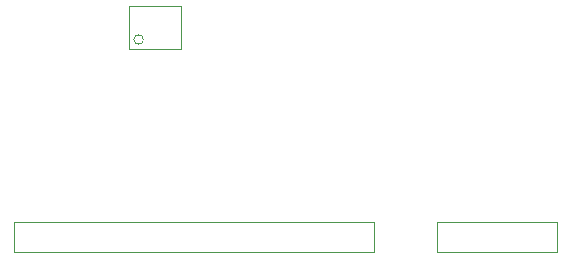
<source format=gbr>
G04*
G04 #@! TF.GenerationSoftware,Altium Limited,Altium Designer,24.1.2 (44)*
G04*
G04 Layer_Color=32896*
%FSLAX25Y25*%
%MOIN*%
G70*
G04*
G04 #@! TF.SameCoordinates,A85318EA-E4D8-42E9-B0A6-CF3BD3DAF5E5*
G04*
G04*
G04 #@! TF.FilePolarity,Positive*
G04*
G01*
G75*
%ADD16C,0.00394*%
D16*
X847638Y880866D02*
G03*
X847638Y880866I-1575J0D01*
G01*
X860039Y877756D02*
Y891929D01*
X842717Y877756D02*
X860039D01*
X842717Y891929D02*
X860039D01*
X842717Y877756D02*
Y891929D01*
X804567Y819961D02*
X924567D01*
X804567Y809961D02*
X924567D01*
Y819961D01*
X804567Y809961D02*
Y819961D01*
X945433Y809961D02*
Y819961D01*
X985433Y809961D02*
Y819961D01*
X945433Y809961D02*
X985433D01*
X945433Y819961D02*
X985433D01*
M02*

</source>
